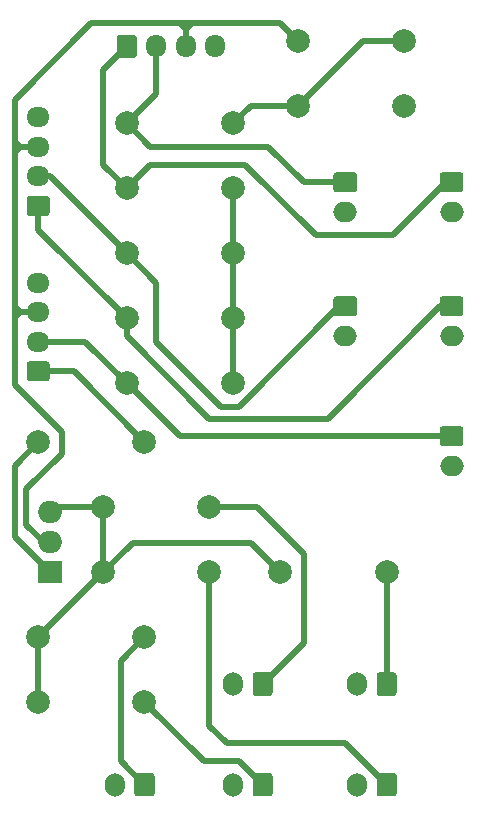
<source format=gbr>
%TF.GenerationSoftware,KiCad,Pcbnew,(5.1.10)-1*%
%TF.CreationDate,2021-08-08T08:57:35+01:00*%
%TF.ProjectId,ir_sensor,69725f73-656e-4736-9f72-2e6b69636164,rev?*%
%TF.SameCoordinates,Original*%
%TF.FileFunction,Copper,L1,Top*%
%TF.FilePolarity,Positive*%
%FSLAX46Y46*%
G04 Gerber Fmt 4.6, Leading zero omitted, Abs format (unit mm)*
G04 Created by KiCad (PCBNEW (5.1.10)-1) date 2021-08-08 08:57:35*
%MOMM*%
%LPD*%
G01*
G04 APERTURE LIST*
%TA.AperFunction,ComponentPad*%
%ADD10C,2.000000*%
%TD*%
%TA.AperFunction,ComponentPad*%
%ADD11O,2.000000X1.905000*%
%TD*%
%TA.AperFunction,ComponentPad*%
%ADD12R,2.000000X1.905000*%
%TD*%
%TA.AperFunction,ComponentPad*%
%ADD13O,2.000000X1.700000*%
%TD*%
%TA.AperFunction,ComponentPad*%
%ADD14O,1.700000X2.000000*%
%TD*%
%TA.AperFunction,ComponentPad*%
%ADD15O,1.950000X1.700000*%
%TD*%
%TA.AperFunction,ComponentPad*%
%ADD16O,1.700000X1.950000*%
%TD*%
%TA.AperFunction,Conductor*%
%ADD17C,0.500000*%
%TD*%
G04 APERTURE END LIST*
D10*
%TO.P,R13,2*%
%TO.N,d_4*%
X94000000Y-53000000D03*
%TO.P,R13,1*%
%TO.N,+3V3*%
X103000000Y-53000000D03*
%TD*%
%TO.P,R12,2*%
%TO.N,d_5*%
X94000000Y-58500000D03*
%TO.P,R12,1*%
%TO.N,+3V3*%
X103000000Y-58500000D03*
%TD*%
%TO.P,R11,2*%
%TO.N,d_2*%
X94000000Y-42000000D03*
%TO.P,R11,1*%
%TO.N,+3V3*%
X103000000Y-42000000D03*
%TD*%
%TO.P,R10,2*%
%TO.N,d_3*%
X94000000Y-47500000D03*
%TO.P,R10,1*%
%TO.N,+3V3*%
X103000000Y-47500000D03*
%TD*%
%TO.P,R9,2*%
%TO.N,GND*%
X117500000Y-35000000D03*
%TO.P,R9,1*%
%TO.N,+3V3*%
X108500000Y-35000000D03*
%TD*%
%TO.P,R8,2*%
%TO.N,+3V3*%
X117500000Y-29500000D03*
%TO.P,R8,1*%
%TO.N,+5V*%
X108500000Y-29500000D03*
%TD*%
%TO.P,R7,1*%
%TO.N,Vdrive*%
X107000000Y-74500000D03*
%TO.P,R7,2*%
%TO.N,Net-(J8-Pad1)*%
X116000000Y-74500000D03*
%TD*%
%TO.P,R6,1*%
%TO.N,Vdrive*%
X86500000Y-85500000D03*
%TO.P,R6,2*%
%TO.N,Net-(J7-Pad1)*%
X95500000Y-85500000D03*
%TD*%
%TO.P,R5,1*%
%TO.N,Vdrive*%
X92000000Y-74500000D03*
%TO.P,R5,2*%
%TO.N,Net-(J6-Pad1)*%
X101000000Y-74500000D03*
%TD*%
%TO.P,R4,2*%
%TO.N,Net-(Q1-Pad1)*%
X86500000Y-63500000D03*
%TO.P,R4,1*%
%TO.N,sw_led*%
X95500000Y-63500000D03*
%TD*%
%TO.P,R3,1*%
%TO.N,Vdrive*%
X86500000Y-80000000D03*
%TO.P,R3,2*%
%TO.N,Net-(J5-Pad1)*%
X95500000Y-80000000D03*
%TD*%
D11*
%TO.P,Q1,3*%
%TO.N,Vdrive*%
X87500000Y-69420000D03*
%TO.P,Q1,2*%
%TO.N,+5V*%
X87500000Y-71960000D03*
D12*
%TO.P,Q1,1*%
%TO.N,Net-(Q1-Pad1)*%
X87500000Y-74500000D03*
%TD*%
D13*
%TO.P,J13,2*%
%TO.N,GND*%
X112500000Y-54500000D03*
%TO.P,J13,1*%
%TO.N,d_3*%
%TA.AperFunction,ComponentPad*%
G36*
G01*
X111750000Y-51150000D02*
X113250000Y-51150000D01*
G75*
G02*
X113500000Y-51400000I0J-250000D01*
G01*
X113500000Y-52600000D01*
G75*
G02*
X113250000Y-52850000I-250000J0D01*
G01*
X111750000Y-52850000D01*
G75*
G02*
X111500000Y-52600000I0J250000D01*
G01*
X111500000Y-51400000D01*
G75*
G02*
X111750000Y-51150000I250000J0D01*
G01*
G37*
%TD.AperFunction*%
%TD*%
%TO.P,J12,2*%
%TO.N,GND*%
X121500000Y-65500000D03*
%TO.P,J12,1*%
%TO.N,d_5*%
%TA.AperFunction,ComponentPad*%
G36*
G01*
X120750000Y-62150000D02*
X122250000Y-62150000D01*
G75*
G02*
X122500000Y-62400000I0J-250000D01*
G01*
X122500000Y-63600000D01*
G75*
G02*
X122250000Y-63850000I-250000J0D01*
G01*
X120750000Y-63850000D01*
G75*
G02*
X120500000Y-63600000I0J250000D01*
G01*
X120500000Y-62400000D01*
G75*
G02*
X120750000Y-62150000I250000J0D01*
G01*
G37*
%TD.AperFunction*%
%TD*%
%TO.P,J11,2*%
%TO.N,GND*%
X121500000Y-44000000D03*
%TO.P,J11,1*%
%TO.N,d_2*%
%TA.AperFunction,ComponentPad*%
G36*
G01*
X120750000Y-40650000D02*
X122250000Y-40650000D01*
G75*
G02*
X122500000Y-40900000I0J-250000D01*
G01*
X122500000Y-42100000D01*
G75*
G02*
X122250000Y-42350000I-250000J0D01*
G01*
X120750000Y-42350000D01*
G75*
G02*
X120500000Y-42100000I0J250000D01*
G01*
X120500000Y-40900000D01*
G75*
G02*
X120750000Y-40650000I250000J0D01*
G01*
G37*
%TD.AperFunction*%
%TD*%
%TO.P,J10,2*%
%TO.N,GND*%
X121500000Y-54500000D03*
%TO.P,J10,1*%
%TO.N,d_4*%
%TA.AperFunction,ComponentPad*%
G36*
G01*
X120750000Y-51150000D02*
X122250000Y-51150000D01*
G75*
G02*
X122500000Y-51400000I0J-250000D01*
G01*
X122500000Y-52600000D01*
G75*
G02*
X122250000Y-52850000I-250000J0D01*
G01*
X120750000Y-52850000D01*
G75*
G02*
X120500000Y-52600000I0J250000D01*
G01*
X120500000Y-51400000D01*
G75*
G02*
X120750000Y-51150000I250000J0D01*
G01*
G37*
%TD.AperFunction*%
%TD*%
%TO.P,J9,2*%
%TO.N,GND*%
X112500000Y-44000000D03*
%TO.P,J9,1*%
%TO.N,d_1*%
%TA.AperFunction,ComponentPad*%
G36*
G01*
X111750000Y-40650000D02*
X113250000Y-40650000D01*
G75*
G02*
X113500000Y-40900000I0J-250000D01*
G01*
X113500000Y-42100000D01*
G75*
G02*
X113250000Y-42350000I-250000J0D01*
G01*
X111750000Y-42350000D01*
G75*
G02*
X111500000Y-42100000I0J250000D01*
G01*
X111500000Y-40900000D01*
G75*
G02*
X111750000Y-40650000I250000J0D01*
G01*
G37*
%TD.AperFunction*%
%TD*%
D14*
%TO.P,J8,2*%
%TO.N,GND*%
X113500000Y-84000000D03*
%TO.P,J8,1*%
%TO.N,Net-(J8-Pad1)*%
%TA.AperFunction,ComponentPad*%
G36*
G01*
X116850000Y-83250000D02*
X116850000Y-84750000D01*
G75*
G02*
X116600000Y-85000000I-250000J0D01*
G01*
X115400000Y-85000000D01*
G75*
G02*
X115150000Y-84750000I0J250000D01*
G01*
X115150000Y-83250000D01*
G75*
G02*
X115400000Y-83000000I250000J0D01*
G01*
X116600000Y-83000000D01*
G75*
G02*
X116850000Y-83250000I0J-250000D01*
G01*
G37*
%TD.AperFunction*%
%TD*%
%TO.P,J7,2*%
%TO.N,GND*%
X103000000Y-92500000D03*
%TO.P,J7,1*%
%TO.N,Net-(J7-Pad1)*%
%TA.AperFunction,ComponentPad*%
G36*
G01*
X106350000Y-91750000D02*
X106350000Y-93250000D01*
G75*
G02*
X106100000Y-93500000I-250000J0D01*
G01*
X104900000Y-93500000D01*
G75*
G02*
X104650000Y-93250000I0J250000D01*
G01*
X104650000Y-91750000D01*
G75*
G02*
X104900000Y-91500000I250000J0D01*
G01*
X106100000Y-91500000D01*
G75*
G02*
X106350000Y-91750000I0J-250000D01*
G01*
G37*
%TD.AperFunction*%
%TD*%
%TO.P,J6,2*%
%TO.N,GND*%
X113500000Y-92500000D03*
%TO.P,J6,1*%
%TO.N,Net-(J6-Pad1)*%
%TA.AperFunction,ComponentPad*%
G36*
G01*
X116850000Y-91750000D02*
X116850000Y-93250000D01*
G75*
G02*
X116600000Y-93500000I-250000J0D01*
G01*
X115400000Y-93500000D01*
G75*
G02*
X115150000Y-93250000I0J250000D01*
G01*
X115150000Y-91750000D01*
G75*
G02*
X115400000Y-91500000I250000J0D01*
G01*
X116600000Y-91500000D01*
G75*
G02*
X116850000Y-91750000I0J-250000D01*
G01*
G37*
%TD.AperFunction*%
%TD*%
%TO.P,J5,2*%
%TO.N,GND*%
X93000000Y-92500000D03*
%TO.P,J5,1*%
%TO.N,Net-(J5-Pad1)*%
%TA.AperFunction,ComponentPad*%
G36*
G01*
X96350000Y-91750000D02*
X96350000Y-93250000D01*
G75*
G02*
X96100000Y-93500000I-250000J0D01*
G01*
X94900000Y-93500000D01*
G75*
G02*
X94650000Y-93250000I0J250000D01*
G01*
X94650000Y-91750000D01*
G75*
G02*
X94900000Y-91500000I250000J0D01*
G01*
X96100000Y-91500000D01*
G75*
G02*
X96350000Y-91750000I0J-250000D01*
G01*
G37*
%TD.AperFunction*%
%TD*%
%TO.P,J4,2*%
%TO.N,GND*%
X103000000Y-84000000D03*
%TO.P,J4,1*%
%TO.N,Net-(J4-Pad1)*%
%TA.AperFunction,ComponentPad*%
G36*
G01*
X106350000Y-83250000D02*
X106350000Y-84750000D01*
G75*
G02*
X106100000Y-85000000I-250000J0D01*
G01*
X104900000Y-85000000D01*
G75*
G02*
X104650000Y-84750000I0J250000D01*
G01*
X104650000Y-83250000D01*
G75*
G02*
X104900000Y-83000000I250000J0D01*
G01*
X106100000Y-83000000D01*
G75*
G02*
X106350000Y-83250000I0J-250000D01*
G01*
G37*
%TD.AperFunction*%
%TD*%
D15*
%TO.P,J3,4*%
%TO.N,GND*%
X86500000Y-50000000D03*
%TO.P,J3,3*%
%TO.N,+5V*%
X86500000Y-52500000D03*
%TO.P,J3,2*%
%TO.N,d_5*%
X86500000Y-55000000D03*
%TO.P,J3,1*%
%TO.N,sw_led*%
%TA.AperFunction,ComponentPad*%
G36*
G01*
X87225000Y-58350000D02*
X85775000Y-58350000D01*
G75*
G02*
X85525000Y-58100000I0J250000D01*
G01*
X85525000Y-56900000D01*
G75*
G02*
X85775000Y-56650000I250000J0D01*
G01*
X87225000Y-56650000D01*
G75*
G02*
X87475000Y-56900000I0J-250000D01*
G01*
X87475000Y-58100000D01*
G75*
G02*
X87225000Y-58350000I-250000J0D01*
G01*
G37*
%TD.AperFunction*%
%TD*%
%TO.P,J2,4*%
%TO.N,GND*%
X86500000Y-36000000D03*
%TO.P,J2,3*%
%TO.N,+5V*%
X86500000Y-38500000D03*
%TO.P,J2,2*%
%TO.N,d_3*%
X86500000Y-41000000D03*
%TO.P,J2,1*%
%TO.N,d_4*%
%TA.AperFunction,ComponentPad*%
G36*
G01*
X87225000Y-44350000D02*
X85775000Y-44350000D01*
G75*
G02*
X85525000Y-44100000I0J250000D01*
G01*
X85525000Y-42900000D01*
G75*
G02*
X85775000Y-42650000I250000J0D01*
G01*
X87225000Y-42650000D01*
G75*
G02*
X87475000Y-42900000I0J-250000D01*
G01*
X87475000Y-44100000D01*
G75*
G02*
X87225000Y-44350000I-250000J0D01*
G01*
G37*
%TD.AperFunction*%
%TD*%
D10*
%TO.P,R2,2*%
%TO.N,d_1*%
X94000000Y-36500000D03*
%TO.P,R2,1*%
%TO.N,+3V3*%
X103000000Y-36500000D03*
%TD*%
%TO.P,R1,1*%
%TO.N,Vdrive*%
X92000000Y-69000000D03*
%TO.P,R1,2*%
%TO.N,Net-(J4-Pad1)*%
X101000000Y-69000000D03*
%TD*%
D16*
%TO.P,J1,4*%
%TO.N,GND*%
X101500000Y-30000000D03*
%TO.P,J1,3*%
%TO.N,+5V*%
X99000000Y-30000000D03*
%TO.P,J1,2*%
%TO.N,d_1*%
X96500000Y-30000000D03*
%TO.P,J1,1*%
%TO.N,d_2*%
%TA.AperFunction,ComponentPad*%
G36*
G01*
X93150000Y-30725000D02*
X93150000Y-29275000D01*
G75*
G02*
X93400000Y-29025000I250000J0D01*
G01*
X94600000Y-29025000D01*
G75*
G02*
X94850000Y-29275000I0J-250000D01*
G01*
X94850000Y-30725000D01*
G75*
G02*
X94600000Y-30975000I-250000J0D01*
G01*
X93400000Y-30975000D01*
G75*
G02*
X93150000Y-30725000I0J250000D01*
G01*
G37*
%TD.AperFunction*%
%TD*%
D17*
%TO.N,+5V*%
X85000000Y-38500000D02*
X84500000Y-38000000D01*
X86500000Y-38500000D02*
X85000000Y-38500000D01*
X84500000Y-38000000D02*
X84500000Y-38750000D01*
X84500000Y-39000000D02*
X84500000Y-38750000D01*
X85000000Y-38500000D02*
X84500000Y-39000000D01*
X99000000Y-28500000D02*
X99000000Y-30000000D01*
X98500000Y-28000000D02*
X99000000Y-28500000D01*
X91000000Y-28000000D02*
X98500000Y-28000000D01*
X84500000Y-34500000D02*
X91000000Y-28000000D01*
X84500000Y-38000000D02*
X84500000Y-34500000D01*
X99000000Y-28500000D02*
X99500000Y-28000000D01*
X98500000Y-28000000D02*
X99500000Y-28000000D01*
X85000000Y-52500000D02*
X84500000Y-53000000D01*
X86500000Y-52500000D02*
X85000000Y-52500000D01*
X84500000Y-52000000D02*
X85000000Y-52500000D01*
X84500000Y-38750000D02*
X84500000Y-52000000D01*
X84500000Y-52000000D02*
X84500000Y-53000000D01*
X86960000Y-71960000D02*
X87500000Y-71960000D01*
X85500000Y-67500000D02*
X85500000Y-70500000D01*
X85500000Y-70500000D02*
X86960000Y-71960000D01*
X88500000Y-64500000D02*
X85500000Y-67500000D01*
X88500000Y-62676999D02*
X88500000Y-64500000D01*
X84500000Y-58676999D02*
X88500000Y-62676999D01*
X84500000Y-53000000D02*
X84500000Y-58676999D01*
X99500000Y-28000000D02*
X107000000Y-28000000D01*
X107000000Y-28000000D02*
X108500000Y-29500000D01*
%TO.N,d_2*%
X92000000Y-40000000D02*
X94000000Y-42000000D01*
X92000000Y-32000000D02*
X92000000Y-40000000D01*
X94000000Y-30000000D02*
X92000000Y-32000000D01*
X116500000Y-46000000D02*
X121000000Y-41500000D01*
X121000000Y-41500000D02*
X121500000Y-41500000D01*
X110000000Y-46000000D02*
X116500000Y-46000000D01*
X104000000Y-40000000D02*
X110000000Y-46000000D01*
X96000000Y-40000000D02*
X104000000Y-40000000D01*
X94000000Y-42000000D02*
X96000000Y-40000000D01*
%TO.N,d_1*%
X96500000Y-34000000D02*
X94000000Y-36500000D01*
X96500000Y-30000000D02*
X96500000Y-34000000D01*
X109000000Y-41500000D02*
X112500000Y-41500000D01*
X106000000Y-38500000D02*
X109000000Y-41500000D01*
X96000000Y-38500000D02*
X106000000Y-38500000D01*
X94000000Y-36500000D02*
X96000000Y-38500000D01*
%TO.N,d_4*%
X86500000Y-45500000D02*
X94000000Y-53000000D01*
X86500000Y-43500000D02*
X86500000Y-45500000D01*
X120500000Y-52000000D02*
X121500000Y-52000000D01*
X111000000Y-61500000D02*
X120500000Y-52000000D01*
X101000000Y-61500000D02*
X111000000Y-61500000D01*
X94000000Y-54500000D02*
X101000000Y-61500000D01*
X94000000Y-53000000D02*
X94000000Y-54500000D01*
%TO.N,d_3*%
X87500000Y-41000000D02*
X94000000Y-47500000D01*
X86500000Y-41000000D02*
X87500000Y-41000000D01*
X112000000Y-52000000D02*
X112500000Y-52000000D01*
X103500000Y-60500000D02*
X112000000Y-52000000D01*
X96500000Y-55000000D02*
X102000000Y-60500000D01*
X102000000Y-60500000D02*
X103500000Y-60500000D01*
X96500000Y-50000000D02*
X96500000Y-55000000D01*
X94000000Y-47500000D02*
X96500000Y-50000000D01*
%TO.N,sw_led*%
X89500000Y-57500000D02*
X95500000Y-63500000D01*
X86500000Y-57500000D02*
X89500000Y-57500000D01*
%TO.N,d_5*%
X90500000Y-55000000D02*
X94000000Y-58500000D01*
X86500000Y-55000000D02*
X90500000Y-55000000D01*
X98500000Y-63000000D02*
X121500000Y-63000000D01*
X94000000Y-58500000D02*
X98500000Y-63000000D01*
%TO.N,Net-(J4-Pad1)*%
X109000000Y-80500000D02*
X105500000Y-84000000D01*
X109000000Y-73000000D02*
X109000000Y-80500000D01*
X105000000Y-69000000D02*
X109000000Y-73000000D01*
X101000000Y-69000000D02*
X105000000Y-69000000D01*
%TO.N,Net-(J5-Pad1)*%
X93500000Y-90500000D02*
X95500000Y-92500000D01*
X93500000Y-82000000D02*
X93500000Y-90500000D01*
X95500000Y-80000000D02*
X93500000Y-82000000D01*
%TO.N,Net-(J6-Pad1)*%
X101000000Y-74500000D02*
X101000000Y-87500000D01*
X101000000Y-87500000D02*
X102500000Y-89000000D01*
X112500000Y-89000000D02*
X116000000Y-92500000D01*
X102500000Y-89000000D02*
X112500000Y-89000000D01*
%TO.N,Net-(J7-Pad1)*%
X95500000Y-85500000D02*
X100500000Y-90500000D01*
X103500000Y-90500000D02*
X105500000Y-92500000D01*
X100500000Y-90500000D02*
X103500000Y-90500000D01*
%TO.N,Net-(J8-Pad1)*%
X116000000Y-74500000D02*
X116000000Y-84000000D01*
%TO.N,Net-(Q1-Pad1)*%
X84500000Y-71500000D02*
X87500000Y-74500000D01*
X84500000Y-65500000D02*
X84500000Y-71500000D01*
X86500000Y-63500000D02*
X84500000Y-65500000D01*
%TO.N,+3V3*%
X103000000Y-42000000D02*
X103000000Y-47500000D01*
X103000000Y-47500000D02*
X103000000Y-53000000D01*
X103000000Y-53000000D02*
X103000000Y-58500000D01*
X117500000Y-29500000D02*
X114000000Y-29500000D01*
X114000000Y-29500000D02*
X108500000Y-35000000D01*
X108500000Y-35000000D02*
X104500000Y-35000000D01*
X104500000Y-35000000D02*
X103000000Y-36500000D01*
%TO.N,Vdrive*%
X92000000Y-74500000D02*
X86500000Y-80000000D01*
X86500000Y-80000000D02*
X86500000Y-85500000D01*
X92000000Y-74500000D02*
X94500000Y-72000000D01*
X104500000Y-72000000D02*
X107000000Y-74500000D01*
X94500000Y-72000000D02*
X104500000Y-72000000D01*
X92000000Y-69000000D02*
X92000000Y-74500000D01*
X87920000Y-69000000D02*
X87500000Y-69420000D01*
X92000000Y-69000000D02*
X87920000Y-69000000D01*
%TD*%
M02*

</source>
